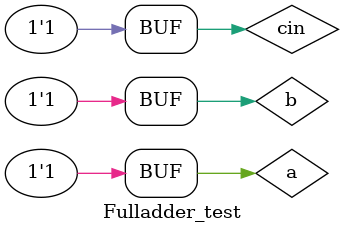
<source format=v>
`timescale 1ns / 1ps


module Fulladder_test;
reg a;
reg b;
reg cin;
wire s;
wire cout;
Fulladder uut(.a(a),.b(b),.cin(cin),.s(s),.cout(cout));
initial begin
 a=0;
 b=0;
 cin=0;
 #100; a=0; b=0; cin=1;
 #100; a=0; b=1; cin=0;
 #100; a=0; b=1; cin=1;
 #100; a=1; b=0; cin=0;
 #100; a=1; b=0; cin=1;
 #100; a=1; b=1; cin=0;
 #100; a=1; b=1; cin=1;
 end 
 endmodule

</source>
